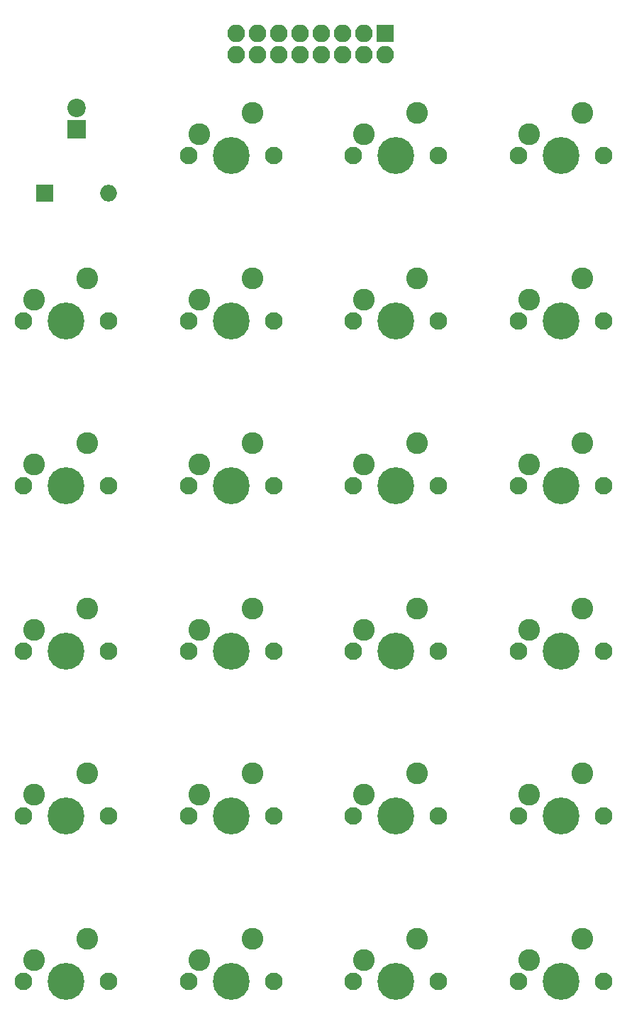
<source format=gts>
G04 #@! TF.FileFunction,Soldermask,Top*
%FSLAX46Y46*%
G04 Gerber Fmt 4.6, Leading zero omitted, Abs format (unit mm)*
G04 Created by KiCad (PCBNEW 4.0.7) date 09/06/19 13:56:44*
%MOMM*%
%LPD*%
G01*
G04 APERTURE LIST*
%ADD10C,0.100000*%
%ADD11R,2.200000X2.200000*%
%ADD12C,2.200000*%
%ADD13R,2.100000X2.100000*%
%ADD14O,2.100000X2.100000*%
%ADD15C,2.600000*%
%ADD16C,4.400000*%
%ADD17C,2.100000*%
%ADD18R,2.000000X2.000000*%
%ADD19O,2.000000X2.000000*%
G04 APERTURE END LIST*
D10*
D11*
X92710000Y-69215000D03*
D12*
X92710000Y-66675000D03*
D13*
X129540000Y-57785000D03*
D14*
X129540000Y-60325000D03*
X127000000Y-57785000D03*
X127000000Y-60325000D03*
X124460000Y-57785000D03*
X124460000Y-60325000D03*
X121920000Y-57785000D03*
X121920000Y-60325000D03*
X119380000Y-57785000D03*
X119380000Y-60325000D03*
X116840000Y-57785000D03*
X116840000Y-60325000D03*
X114300000Y-57785000D03*
X114300000Y-60325000D03*
X111760000Y-57785000D03*
X111760000Y-60325000D03*
D15*
X93980000Y-165735000D03*
X87630000Y-168275000D03*
D16*
X91440000Y-170815000D03*
D17*
X86360000Y-170815000D03*
X96520000Y-170815000D03*
D15*
X153035000Y-146050000D03*
X146685000Y-148590000D03*
D16*
X150495000Y-151130000D03*
D17*
X145415000Y-151130000D03*
X155575000Y-151130000D03*
D15*
X133350000Y-106680000D03*
X127000000Y-109220000D03*
D16*
X130810000Y-111760000D03*
D17*
X125730000Y-111760000D03*
X135890000Y-111760000D03*
D15*
X113665000Y-165735000D03*
X107315000Y-168275000D03*
D16*
X111125000Y-170815000D03*
D17*
X106045000Y-170815000D03*
X116205000Y-170815000D03*
D15*
X93980000Y-126365000D03*
X87630000Y-128905000D03*
D16*
X91440000Y-131445000D03*
D17*
X86360000Y-131445000D03*
X96520000Y-131445000D03*
D15*
X153035000Y-106680000D03*
X146685000Y-109220000D03*
D16*
X150495000Y-111760000D03*
D17*
X145415000Y-111760000D03*
X155575000Y-111760000D03*
D15*
X133350000Y-165735000D03*
X127000000Y-168275000D03*
D16*
X130810000Y-170815000D03*
D17*
X125730000Y-170815000D03*
X135890000Y-170815000D03*
D15*
X113665000Y-126365000D03*
X107315000Y-128905000D03*
D16*
X111125000Y-131445000D03*
D17*
X106045000Y-131445000D03*
X116205000Y-131445000D03*
D15*
X93980000Y-86995000D03*
X87630000Y-89535000D03*
D16*
X91440000Y-92075000D03*
D17*
X86360000Y-92075000D03*
X96520000Y-92075000D03*
D15*
X153035000Y-165735000D03*
X146685000Y-168275000D03*
D16*
X150495000Y-170815000D03*
D17*
X145415000Y-170815000D03*
X155575000Y-170815000D03*
D15*
X133350000Y-126365000D03*
X127000000Y-128905000D03*
D16*
X130810000Y-131445000D03*
D17*
X125730000Y-131445000D03*
X135890000Y-131445000D03*
D15*
X113665000Y-86995000D03*
X107315000Y-89535000D03*
D16*
X111125000Y-92075000D03*
D17*
X106045000Y-92075000D03*
X116205000Y-92075000D03*
D15*
X93980000Y-146050000D03*
X87630000Y-148590000D03*
D16*
X91440000Y-151130000D03*
D17*
X86360000Y-151130000D03*
X96520000Y-151130000D03*
D15*
X153035000Y-126365000D03*
X146685000Y-128905000D03*
D16*
X150495000Y-131445000D03*
D17*
X145415000Y-131445000D03*
X155575000Y-131445000D03*
D15*
X153035000Y-86995000D03*
X146685000Y-89535000D03*
D16*
X150495000Y-92075000D03*
D17*
X145415000Y-92075000D03*
X155575000Y-92075000D03*
D15*
X113665000Y-146050000D03*
X107315000Y-148590000D03*
D16*
X111125000Y-151130000D03*
D17*
X106045000Y-151130000D03*
X116205000Y-151130000D03*
D15*
X93980000Y-106680000D03*
X87630000Y-109220000D03*
D16*
X91440000Y-111760000D03*
D17*
X86360000Y-111760000D03*
X96520000Y-111760000D03*
D15*
X113665000Y-67310000D03*
X107315000Y-69850000D03*
D16*
X111125000Y-72390000D03*
D17*
X106045000Y-72390000D03*
X116205000Y-72390000D03*
D15*
X133350000Y-146050000D03*
X127000000Y-148590000D03*
D16*
X130810000Y-151130000D03*
D17*
X125730000Y-151130000D03*
X135890000Y-151130000D03*
D15*
X113665000Y-106680000D03*
X107315000Y-109220000D03*
D16*
X111125000Y-111760000D03*
D17*
X106045000Y-111760000D03*
X116205000Y-111760000D03*
D15*
X133350000Y-86995000D03*
X127000000Y-89535000D03*
D16*
X130810000Y-92075000D03*
D17*
X125730000Y-92075000D03*
X135890000Y-92075000D03*
D18*
X88900000Y-76835000D03*
D19*
X96520000Y-76835000D03*
D15*
X153035000Y-67310000D03*
X146685000Y-69850000D03*
D16*
X150495000Y-72390000D03*
D17*
X145415000Y-72390000D03*
X155575000Y-72390000D03*
D15*
X133350000Y-67310000D03*
X127000000Y-69850000D03*
D16*
X130810000Y-72390000D03*
D17*
X125730000Y-72390000D03*
X135890000Y-72390000D03*
M02*

</source>
